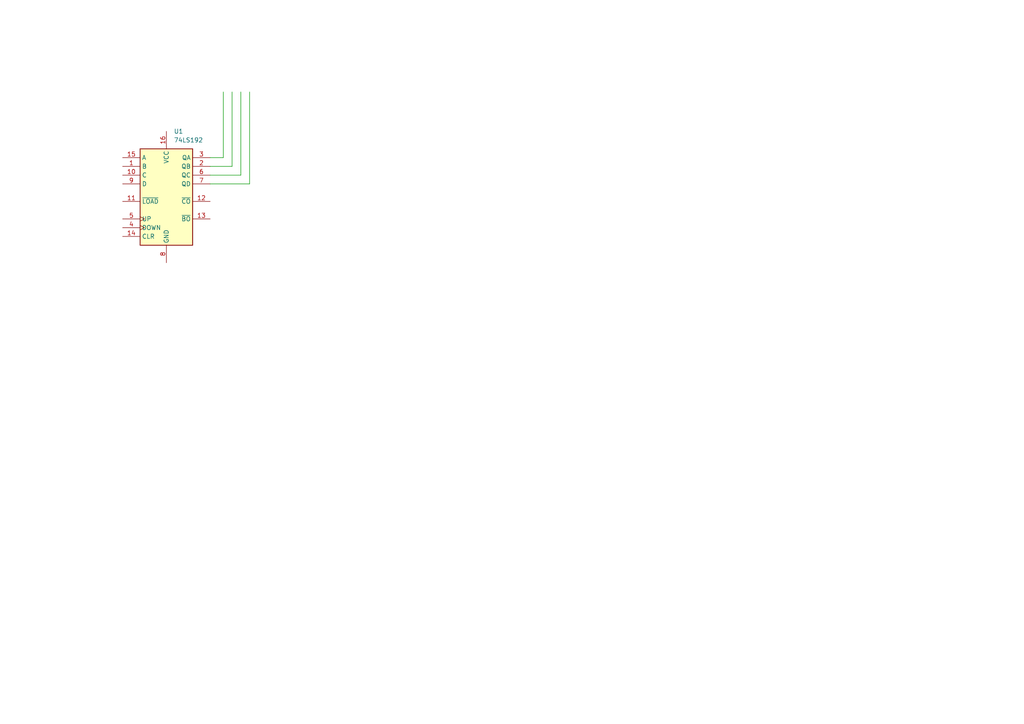
<source format=kicad_sch>
(kicad_sch (version 20250114) (generator "eeschema") (generator_version "9.0")
  (paper "A4")
  (lib_symbols
    (symbol "74xx:74LS192"
      (property "Reference" "U" (at -7.62 13.97 0))
      (property "Value" "74LS192" (at 5.08 13.97 0))
      (symbol "74LS192_1_0"
        (pin input line (at -12.7 10.16 0) (length 5.08) (name "A") (number "15"))
        (pin input line (at -12.7 7.62 0) (length 5.08) (name "B") (number "1"))
        (pin input line (at -12.7 5.08 0) (length 5.08) (name "C") (number "10"))
        (pin input line (at -12.7 2.54 0) (length 5.08) (name "D") (number "9"))
        (pin input line (at -12.7 -2.54 0) (length 5.08) (name "~{LOAD}") (number "11"))
        (pin input clock (at -12.7 -7.62 0) (length 5.08) (name "UP") (number "5"))
        (pin input clock (at -12.7 -10.16 0) (length 5.08) (name "DOWN") (number "4"))
        (pin input line (at -12.7 -12.7 0) (length 5.08) (name "CLR") (number "14"))
        (pin power_in line (at 0 17.78 270) (length 5.08) (name "VCC") (number "16"))
        (pin power_in line (at 0 -20.32 90) (length 5.08) (name "GND") (number "8"))
        (pin output line (at 12.7 10.16 180) (length 5.08) (name "QA") (number "3"))
        (pin output line (at 12.7 7.62 180) (length 5.08) (name "QB") (number "2"))
        (pin output line (at 12.7 5.08 180) (length 5.08) (name "QC") (number "6"))
        (pin output line (at 12.7 2.54 180) (length 5.08) (name "QD") (number "7"))
        (pin output line (at 12.7 -2.54 180) (length 5.08) (name "~{CO}") (number "12"))
        (pin output line (at 12.7 -7.62 180) (length 5.08) (name "~{BO}") (number "13"))
      )
      (symbol "74LS192_1_1"
        (rectangle (start -7.62 12.7) (end 7.62 -15.24) (stroke (width 0.254)) (fill (type background)))
      )
    )
  )
  (wire (pts (xy 72.39 26.67) (xy 72.39 53.34)))
  (wire (pts (xy 60.96 50.8) (xy 69.85 50.8)))
  (wire (pts (xy 60.96 48.26) (xy 67.31 48.26)))
  (wire (pts (xy 60.96 53.34) (xy 72.39 53.34)))
  (wire (pts (xy 69.85 26.67) (xy 69.85 50.8)))
  (wire (pts (xy 67.31 26.67) (xy 67.31 48.26)))
  (wire (pts (xy 60.96 45.72) (xy 64.77 45.72)))
  (wire (pts (xy 64.77 26.67) (xy 64.77 45.72)))
  (symbol (lib_id "74xx:74LS192") (at 48.26 55.88 0) (unit 1)
    (property "Reference" "U1" (at 50.4033 38.1 0) (effects (justify left)))
    (property "Value" "74LS192" (at 50.4033 40.64 0) (effects (justify left)))
    (property "Datasheet" "http://www.ti.com/lit/ds/symlink/sn74ls193.pdf" (effects (hide yes)))
    (property "Description" "Synchronous 4-bit Up/Down (2 clk) counter" (effects (hide yes)))
  )
)
</source>
